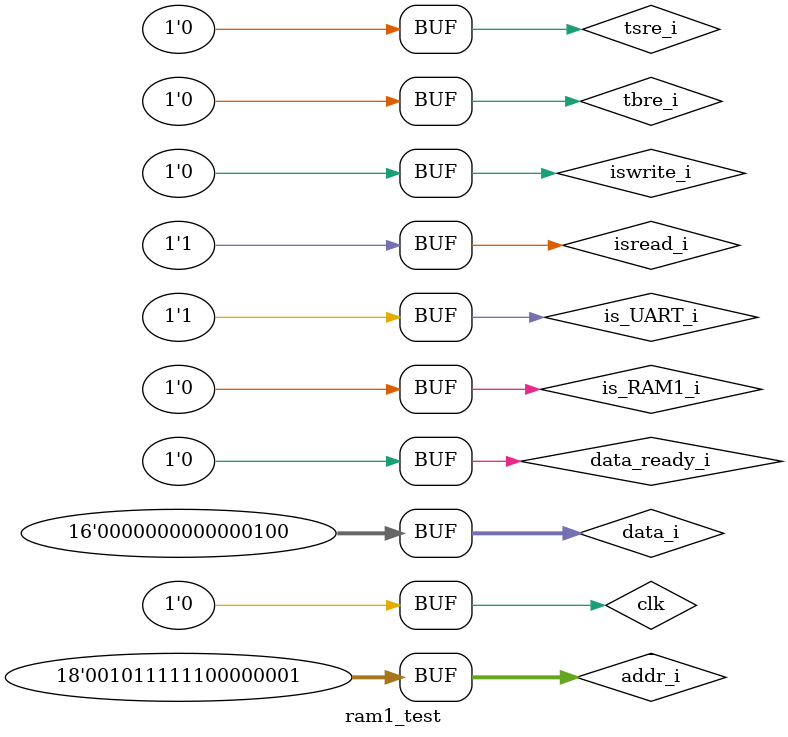
<source format=v>
`timescale 1ns / 1ps


module ram1_test;

	// Inputs
	reg data_ready_i;
	reg tbre_i;
	reg tsre_i;
	reg is_RAM1_i;
	reg is_UART_i;
	reg [17:0] addr_i;
	reg [15:0] data_i;
	reg isread_i;
	reg iswrite_i;
	reg clk;

	// Outputs
	wire wrn_o;
	wire rdn_o;
	wire [17:0] Ram1Addr_o;
	wire Ram1OE_o;
	wire Ram1WE_o;
	wire Ram1EN_o;
	wire [15:0] ram1res_o;

	// Bidirs
	wire [15:0] Ram1Data_io;

	// Instantiate the Unit Under Test (UUT)
	ram1 uut (
		.data_ready_i(data_ready_i), 
		.tbre_i(tbre_i), 
		.tsre_i(tsre_i), 
		.wrn_o(wrn_o), 
		.rdn_o(rdn_o), 
		.Ram1Addr_o(Ram1Addr_o), 
		.Ram1Data_io(Ram1Data_io), 
		.Ram1OE_o(Ram1OE_o), 
		.Ram1WE_o(Ram1WE_o), 
		.Ram1EN_o(Ram1EN_o), 
		.is_RAM1_i(is_RAM1_i), 
		.is_UART_i(is_UART_i), 
		.addr_i(addr_i), 
		.data_i(data_i), 
		.isread_i(isread_i), 
		.iswrite_i(iswrite_i), 
		.ram1res_o(ram1res_o), 
		.clk(clk)
	);

	initial begin
		// Initialize Inputs
		data_ready_i = 0;
		tbre_i = 0;
		tsre_i = 0;
		is_RAM1_i = 0;
		is_UART_i = 0;
		addr_i = 0;
		data_i = 0;
		isread_i = 0;
		iswrite_i = 0;
		clk = 0;

		// Wait 100 ns for global reset to finish
		#100;
        
		// Add stimulus here
		addr_i = {2'b00,16'hbf01};
		data_i = 16'h0004;
		is_UART_i = 1'b1;
		isread_i = 1'b1;
		#20
		clk = 1'b1;
		#20
		clk = 1'b0;
	end
      
endmodule


</source>
